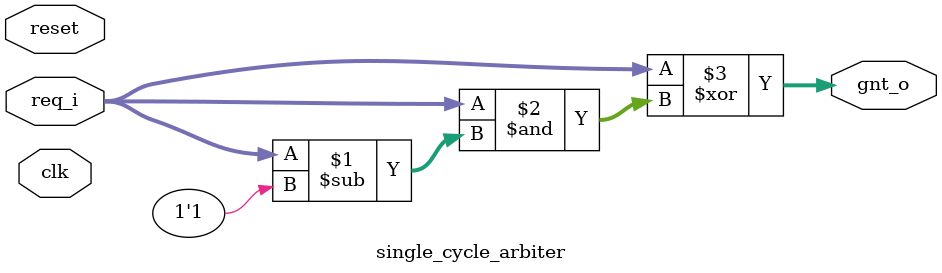
<source format=sv>
module single_cycle_arbiter #(
  parameter N = 32
) (
  input   logic          clk,
  input   logic          reset,
  input   logic [N-1:0]  req_i,
  output  logic [N-1:0]  gnt_o
);

  // Write your logic here...
  assign gnt_o = req_i ^ (req_i & (req_i - 1'b1));
endmodule
</source>
